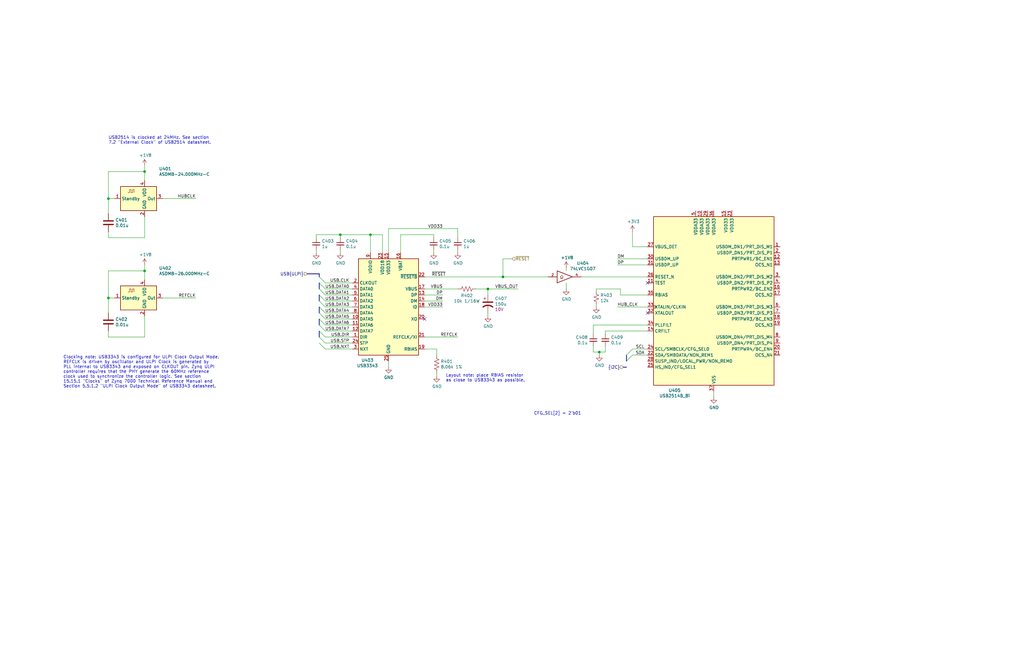
<source format=kicad_sch>
(kicad_sch (version 20200618) (host eeschema "5.99.0-unknown-77313e4~101~ubuntu20.04.1")
  (page 4 14)
  (paper "B")
  (title_block (title "ULPI USB Transceiver and Hub") (date "2020-07-09") (rev "1.0") (comment 1 "Drawn by: Cameron McQuinn"))
  (lib_symbols
    (symbol "74xGxx:74LVC1G07"
      (property "Reference" "U" (at -2.54 3.81 0))
      (property "Value" "74LVC1G07" (at 0 -3.81 0))
      (symbol "74LVC1G07_0_1"
        (polyline (pts (xy -2.54 -0.635) (xy -1.27 -0.635)))
        (polyline (pts (xy -3.81 2.54) (xy -3.81 -2.54) (xy 2.54 0) (xy -3.81 2.54)) (stroke (width 0.254)))
        (polyline (pts (xy -1.905 0.635) (xy -2.54 0) (xy -1.905 -0.635) (xy -1.27 0) (xy -1.905 0.635)))
      )
      (symbol "74LVC1G07_1_1"
        (pin input line (at -7.62 0 0) (length 3.81) (name "~") (number "2"))
        (pin power_in line (at 0 -2.54 270) (length 0) hide (name "GND") (number "3"))
        (pin open_collector line (at 6.35 0 180) (length 3.81) (name "~") (number "4"))
        (pin power_in line (at 0 2.54 90) (length 0) hide (name "VCC") (number "5"))
      )
    )
    (symbol "Device:C" (pin_numbers hide) (pin_names (offset 0.254))
      (property "Reference" "C" (at 0.635 2.54 0))
      (property "Value" "C" (at 0.635 -2.54 0))
      (symbol "C_0_1"
        (polyline (pts (xy -2.032 -0.762) (xy 2.032 -0.762)) (stroke (width 0.508)))
        (polyline (pts (xy -2.032 0.762) (xy 2.032 0.762)) (stroke (width 0.508)))
      )
      (symbol "C_1_1"
        (pin passive line (at 0 3.81 270) (length 2.794) (name "~") (number "1"))
        (pin passive line (at 0 -3.81 90) (length 2.794) (name "~") (number "2"))
      )
    )
    (symbol "Device:CP1" (pin_numbers hide) (pin_names (offset 0.254) hide)
      (property "Reference" "C" (at 0.635 2.54 0))
      (property "Value" "CP1" (at 0.635 -2.54 0))
      (symbol "CP1_0_1"
        (arc (start -2.032 -1.27) (end 2.032 -1.27) (radius (at 0 -3.81) (length 3.2512) (angles 128.7 51.3)) (stroke (width 0.508)))
        (polyline (pts (xy -2.032 0.762) (xy 2.032 0.762)) (stroke (width 0.508)))
        (polyline (pts (xy -1.778 2.286) (xy -0.762 2.286)))
        (polyline (pts (xy -1.27 1.778) (xy -1.27 2.794)))
      )
      (symbol "CP1_1_1"
        (pin passive line (at 0 3.81 270) (length 2.794) (name "~") (number "1"))
        (pin passive line (at 0 -3.81 90) (length 3.302) (name "~") (number "2"))
      )
    )
    (symbol "Device:C_Small" (pin_numbers hide) (pin_names (offset 0.254) hide)
      (property "Reference" "C" (at 0.254 1.778 0))
      (property "Value" "C_Small" (at 0.254 -2.032 0))
      (symbol "C_Small_0_1"
        (polyline (pts (xy -1.524 -0.508) (xy 1.524 -0.508)) (stroke (width 0.3302)))
        (polyline (pts (xy -1.524 0.508) (xy 1.524 0.508)) (stroke (width 0.3048)))
      )
      (symbol "C_Small_1_1"
        (pin passive line (at 0 2.54 270) (length 2.032) (name "~") (number "1"))
        (pin passive line (at 0 -2.54 90) (length 2.032) (name "~") (number "2"))
      )
    )
    (symbol "Device:R_Small_US" (pin_numbers hide) (pin_names (offset 0.254) hide)
      (property "Reference" "R" (at 0.762 0.508 0))
      (property "Value" "R_Small_US" (at 0.762 -1.016 0))
      (symbol "R_Small_US_1_1"
        (polyline (pts (xy 0 0) (xy 1.016 -0.381) (xy 0 -0.762) (xy -1.016 -1.143) (xy 0 -1.524)))
        (polyline (pts (xy 0 1.524) (xy 1.016 1.143) (xy 0 0.762) (xy -1.016 0.381) (xy 0 0)))
        (pin passive line (at 0 2.54 270) (length 1.016) (name "~") (number "1"))
        (pin passive line (at 0 -2.54 90) (length 1.016) (name "~") (number "2"))
      )
    )
    (symbol "Device:R_US" (pin_numbers hide) (pin_names (offset 0))
      (property "Reference" "R" (at 2.54 0 90))
      (property "Value" "R_US" (at -2.54 0 90))
      (symbol "R_US_0_1"
        (polyline (pts (xy 0 -2.286) (xy 0 -2.54)))
        (polyline (pts (xy 0 2.286) (xy 0 2.54)))
        (polyline (pts (xy 0 -0.762) (xy 1.016 -1.143) (xy 0 -1.524) (xy -1.016 -1.905) (xy 0 -2.286)))
        (polyline (pts (xy 0 0.762) (xy 1.016 0.381) (xy 0 0) (xy -1.016 -0.381) (xy 0 -0.762)))
        (polyline (pts (xy 0 2.286) (xy 1.016 1.905) (xy 0 1.524) (xy -1.016 1.143) (xy 0 0.762)))
      )
      (symbol "R_US_1_1"
        (pin passive line (at 0 3.81 270) (length 1.27) (name "~") (number "1"))
        (pin passive line (at 0 -3.81 90) (length 1.27) (name "~") (number "2"))
      )
    )
    (symbol "Interface_USB:USB2514B_Bi"
      (property "Reference" "U" (at -17.78 40.64 0))
      (property "Value" "USB2514B_Bi" (at -20.32 38.1 0))
      (symbol "USB2514B_Bi_0_1"
        (rectangle (start -25.4 35.56) (end 25.4 -35.56) (stroke (width 0.254)) (fill (type background)))
      )
      (symbol "USB2514B_Bi_1_1"
        (pin bidirectional line (at 27.94 22.86 180) (length 2.54) (name "USBDM_DN1/PRT_DIS_M1") (number "1"))
        (pin power_in line (at -5.08 38.1 270) (length 2.54) (name "VDDA33") (number "10"))
        (pin input line (at -27.94 7.62 0) (length 2.54) (name "TEST") (number "11"))
        (pin bidirectional line (at 27.94 17.78 180) (length 2.54) (name "PRTPWR1/BC_EN1") (number "12"))
        (pin input line (at 27.94 15.24 180) (length 2.54) (name "OCS_N1") (number "13"))
        (pin input line (at -27.94 -12.7 0) (length 2.54) (name "CRFILT") (number "14"))
        (pin power_in line (at 5.08 38.1 270) (length 2.54) (name "VDD33") (number "15"))
        (pin bidirectional line (at 27.94 5.08 180) (length 2.54) (name "PRTPWR2/BC_EN2") (number "16"))
        (pin input line (at 27.94 2.54 180) (length 2.54) (name "OCS_N2") (number "17"))
        (pin bidirectional line (at 27.94 -7.62 180) (length 2.54) (name "PRTPWR3/BC_EN3") (number "18"))
        (pin input line (at 27.94 -10.16 180) (length 2.54) (name "OCS_N3") (number "19"))
        (pin bidirectional line (at 27.94 20.32 180) (length 2.54) (name "USBDP_DN1/PRT_DIS_P1") (number "2"))
        (pin bidirectional line (at 27.94 -20.32 180) (length 2.54) (name "PRTPWR4/BC_EN4") (number "20"))
        (pin input line (at 27.94 -22.86 180) (length 2.54) (name "OCS_N4") (number "21"))
        (pin bidirectional line (at -27.94 -22.86 0) (length 2.54) (name "SDA/SMBDATA/NON_REM1") (number "22"))
        (pin power_in line (at 7.62 38.1 270) (length 2.54) (name "VDD33") (number "23"))
        (pin bidirectional line (at -27.94 -20.32 0) (length 2.54) (name "SCL/SMBCLK/CFG_SEL0") (number "24"))
        (pin bidirectional line (at -27.94 -27.94 0) (length 2.54) (name "HS_IND/CFG_SEL1") (number "25"))
        (pin input line (at -27.94 10.16 0) (length 2.54) (name "RESET_N") (number "26"))
        (pin input line (at -27.94 22.86 0) (length 2.54) (name "VBUS_DET") (number "27"))
        (pin bidirectional line (at -27.94 -25.4 0) (length 2.54) (name "SUSP_IND/LOCAL_PWR/NON_REM0") (number "28"))
        (pin power_in line (at -2.54 38.1 270) (length 2.54) (name "VDDA33") (number "29"))
        (pin bidirectional line (at 27.94 10.16 180) (length 2.54) (name "USBDM_DN2/PRT_DIS_M2") (number "3"))
        (pin bidirectional line (at -27.94 17.78 0) (length 2.54) (name "USBDM_UP") (number "30"))
        (pin bidirectional line (at -27.94 15.24 0) (length 2.54) (name "USBDP_UP") (number "31"))
        (pin output line (at -27.94 -5.08 0) (length 2.54) (name "XTALOUT") (number "32"))
        (pin input clock (at -27.94 -2.54 0) (length 2.54) (name "XTALIN/CLKIN") (number "33"))
        (pin input line (at -27.94 -10.16 0) (length 2.54) (name "PLLFILT") (number "34"))
        (pin input line (at -27.94 2.54 0) (length 2.54) (name "RBIAS") (number "35"))
        (pin power_in line (at 0 38.1 270) (length 2.54) (name "VDDA33") (number "36"))
        (pin power_in line (at 0 -38.1 90) (length 2.54) (name "VSS") (number "37"))
        (pin bidirectional line (at 27.94 7.62 180) (length 2.54) (name "USBDP_DN2/PRT_DIS_P2") (number "4"))
        (pin power_in line (at -7.62 38.1 270) (length 2.54) (name "VDDA33") (number "5"))
        (pin bidirectional line (at 27.94 -2.54 180) (length 2.54) (name "USBDM_DN3/PRT_DIS_M3") (number "6"))
        (pin bidirectional line (at 27.94 -5.08 180) (length 2.54) (name "USBDP_DN3/PRT_DIS_P3") (number "7"))
        (pin bidirectional line (at 27.94 -15.24 180) (length 2.54) (name "USBDM_DN4/PRT_DIS_M4") (number "8"))
        (pin bidirectional line (at 27.94 -17.78 180) (length 2.54) (name "USBDP_DN4/PRT_DIS_P4") (number "9"))
      )
    )
    (symbol "Interface_USB:USB3343" (pin_names (offset 0.508))
      (property "Reference" "U" (at 0 2.54 0))
      (property "Value" "USB3343" (at 0 0 0))
      (symbol "USB3343_0_1"
        (rectangle (start -12.7 20.32) (end 12.7 -20.32) (stroke (width 0.254)) (fill (type background)))
      )
      (symbol "USB3343_1_1"
        (pin output line (at 15.24 -12.7 180) (length 2.54) (name "DIR") (number "1"))
        (pin bidirectional line (at 15.24 -5.08 180) (length 2.54) (name "DATA5") (number "10"))
        (pin bidirectional line (at 15.24 -7.62 180) (length 2.54) (name "DATA6") (number "11"))
        (pin bidirectional line (at 15.24 -10.16 180) (length 2.54) (name "DATA7") (number "12"))
        (pin bidirectional line (at -15.24 5.08 0) (length 2.54) (name "DP") (number "13"))
        (pin bidirectional line (at -15.24 2.54 0) (length 2.54) (name "DM") (number "14"))
        (pin power_out line (at 0 22.86 270) (length 2.54) (name "VDD33") (number "15"))
        (pin power_in line (at -5.08 22.86 270) (length 2.54) (name "VBAT") (number "16"))
        (pin input line (at -15.24 7.62 0) (length 2.54) (name "VBUS") (number "17"))
        (pin input line (at -15.24 0 0) (length 2.54) (name "ID") (number "18"))
        (pin passive line (at -15.24 -17.78 0) (length 2.54) (name "RBIAS") (number "19"))
        (pin output line (at 15.24 10.16 180) (length 2.54) (name "CLKOUT") (number "2"))
        (pin output line (at -15.24 -5.08 0) (length 2.54) (name "XO") (number "20"))
        (pin input line (at -15.24 -12.7 0) (length 2.54) (name "REFCLK/XI") (number "21"))
        (pin input line (at -15.24 12.7 0) (length 2.54) (name "~RESETB") (number "22"))
        (pin power_out line (at 2.54 22.86 270) (length 2.54) (name "VDD18") (number "23"))
        (pin input line (at 15.24 -15.24 180) (length 2.54) (name "STP") (number "24"))
        (pin power_in line (at 0 -22.86 90) (length 2.54) (name "GND") (number "25"))
        (pin output line (at 15.24 -17.78 180) (length 2.54) (name "NXT") (number "3"))
        (pin bidirectional line (at 15.24 7.62 180) (length 2.54) (name "DATA0") (number "4"))
        (pin bidirectional line (at 15.24 5.08 180) (length 2.54) (name "DATA1") (number "5"))
        (pin bidirectional line (at 15.24 2.54 180) (length 2.54) (name "DATA2") (number "6"))
        (pin bidirectional line (at 15.24 0 180) (length 2.54) (name "DATA3") (number "7"))
        (pin bidirectional line (at 15.24 -2.54 180) (length 2.54) (name "DATA4") (number "8"))
        (pin power_in line (at 7.62 22.86 270) (length 2.54) (name "VDDIO") (number "9"))
      )
    )
    (symbol "Oscillator:ASDMB-xxxMHz" (pin_names (offset 0.508))
      (property "Reference" "U" (at -6.35 6.35 0))
      (property "Value" "ASDMB-xxxMHz" (at 11.43 6.35 0))
      (symbol "ASDMB-xxxMHz_1_1"
        (rectangle (start -7.62 5.08) (end 7.62 -5.08) (stroke (width 0.254)) (fill (type background)))
        (polyline (pts (xy -4.445 2.54) (xy -3.81 2.54) (xy -3.81 3.81) (xy -3.175 3.81) (xy -3.175 2.54) (xy -2.54 2.54) (xy -2.54 3.81) (xy -1.905 3.81) (xy -1.905 2.54)))
        (pin input line (at -10.16 0 0) (length 2.54) (name "Standby") (number "1"))
        (pin power_in line (at 2.54 -7.62 90) (length 2.54) (name "GND") (number "2"))
        (pin output line (at 10.16 0 180) (length 2.54) (name "Out") (number "3"))
        (pin power_in line (at 2.54 7.62 270) (length 2.54) (name "VDD") (number "4"))
      )
    )
    (symbol "power:+1V8" (power) (pin_names (offset 0))
      (property "Value" "+1V8" (at 0 3.556 0))
      (symbol "+1V8_0_1"
        (polyline (pts (xy -0.762 1.27) (xy 0 2.54)))
        (polyline (pts (xy 0 0) (xy 0 2.54)))
        (polyline (pts (xy 0 2.54) (xy 0.762 1.27)))
      )
      (symbol "+1V8_1_1"
        (pin power_in line (at 0 0 90) (length 0) hide (name "+1V8") (number "1"))
      )
    )
    (symbol "power:+3V3" (power) (pin_names (offset 0))
      (property "Value" "+3V3" (at 0 3.556 0))
      (symbol "+3V3_0_1"
        (polyline (pts (xy -0.762 1.27) (xy 0 2.54)))
        (polyline (pts (xy 0 0) (xy 0 2.54)))
        (polyline (pts (xy 0 2.54) (xy 0.762 1.27)))
      )
      (symbol "+3V3_1_1"
        (pin power_in line (at 0 0 90) (length 0) hide (name "+3V3") (number "1"))
      )
    )
    (symbol "power:GND" (power) (pin_names (offset 0))
      (property "Value" "GND" (at 0 -3.81 0))
      (symbol "GND_0_1"
        (polyline (pts (xy 0 0) (xy 0 -1.27) (xy 1.27 -1.27) (xy 0 -2.54) (xy -1.27 -1.27) (xy 0 -1.27)))
      )
      (symbol "GND_1_1"
        (pin power_in line (at 0 0 270) (length 0) hide (name "GND") (number "1"))
      )
    )
  )
  (bus_alias "ULPI" (members "DATA[7..0]" "CLK" "STP" "DIR" "NXT"))
  (junction (at 45.72 83.82))
  (junction (at 45.72 125.73))
  (junction (at 60.96 72.39))
  (junction (at 60.96 114.3))
  (junction (at 143.51 99.06))
  (junction (at 156.21 99.06))
  (junction (at 205.74 121.92))
  (junction (at 212.09 116.84))
  (junction (at 252.73 148.59))
  (no_connect (at 273.05 132.08))
  (no_connect (at 179.07 134.62))
  (no_connect (at 273.05 119.38))
  (bus_entry (at 134.62 116.84) (size 2.54 2.54) (stroke (width 0.1524)))
  (bus_entry (at 134.62 119.38) (size 2.54 2.54) (stroke (width 0.1524)))
  (bus_entry (at 134.62 121.92) (size 2.54 2.54) (stroke (width 0.1524)))
  (bus_entry (at 134.62 124.46) (size 2.54 2.54) (stroke (width 0.1524)))
  (bus_entry (at 134.62 127) (size 2.54 2.54) (stroke (width 0.1524)))
  (bus_entry (at 134.62 129.54) (size 2.54 2.54) (stroke (width 0.1524)))
  (bus_entry (at 134.62 132.08) (size 2.54 2.54) (stroke (width 0.1524)))
  (bus_entry (at 134.62 134.62) (size 2.54 2.54) (stroke (width 0.1524)))
  (bus_entry (at 134.62 137.16) (size 2.54 2.54) (stroke (width 0.1524)))
  (bus_entry (at 134.62 139.7) (size 2.54 2.54) (stroke (width 0.1524)))
  (bus_entry (at 134.62 142.24) (size 2.54 2.54) (stroke (width 0.1524)))
  (bus_entry (at 134.62 144.78) (size 2.54 2.54) (stroke (width 0.1524)))
  (bus_entry (at 264.16 149.86) (size 2.54 -2.54) (stroke (width 0.1524)))
  (bus_entry (at 264.16 152.4) (size 2.54 -2.54) (stroke (width 0.1524)))
  (wire (pts (xy 45.72 72.39) (xy 45.72 83.82)))
  (wire (pts (xy 45.72 83.82) (xy 45.72 90.17)))
  (wire (pts (xy 45.72 83.82) (xy 48.26 83.82)))
  (wire (pts (xy 45.72 97.79) (xy 45.72 100.33)))
  (wire (pts (xy 45.72 100.33) (xy 60.96 100.33)))
  (wire (pts (xy 45.72 114.3) (xy 45.72 125.73)))
  (wire (pts (xy 45.72 125.73) (xy 45.72 132.08)))
  (wire (pts (xy 45.72 125.73) (xy 48.26 125.73)))
  (wire (pts (xy 45.72 139.7) (xy 45.72 142.24)))
  (wire (pts (xy 45.72 142.24) (xy 60.96 142.24)))
  (wire (pts (xy 60.96 69.85) (xy 60.96 72.39)))
  (wire (pts (xy 60.96 72.39) (xy 45.72 72.39)))
  (wire (pts (xy 60.96 76.2) (xy 60.96 72.39)))
  (wire (pts (xy 60.96 91.44) (xy 60.96 100.33)))
  (wire (pts (xy 60.96 111.76) (xy 60.96 114.3)))
  (wire (pts (xy 60.96 114.3) (xy 45.72 114.3)))
  (wire (pts (xy 60.96 118.11) (xy 60.96 114.3)))
  (wire (pts (xy 60.96 133.35) (xy 60.96 142.24)))
  (wire (pts (xy 68.58 83.82) (xy 82.55 83.82)))
  (wire (pts (xy 68.58 125.73) (xy 82.55 125.73)))
  (wire (pts (xy 133.35 99.06) (xy 143.51 99.06)))
  (wire (pts (xy 133.35 100.33) (xy 133.35 99.06)))
  (wire (pts (xy 133.35 105.41) (xy 133.35 106.68)))
  (wire (pts (xy 137.16 119.38) (xy 148.59 119.38)))
  (wire (pts (xy 137.16 121.92) (xy 148.59 121.92)))
  (wire (pts (xy 137.16 124.46) (xy 148.59 124.46)))
  (wire (pts (xy 137.16 127) (xy 148.59 127)))
  (wire (pts (xy 137.16 129.54) (xy 148.59 129.54)))
  (wire (pts (xy 137.16 132.08) (xy 148.59 132.08)))
  (wire (pts (xy 137.16 134.62) (xy 148.59 134.62)))
  (wire (pts (xy 137.16 137.16) (xy 148.59 137.16)))
  (wire (pts (xy 137.16 139.7) (xy 148.59 139.7)))
  (wire (pts (xy 137.16 142.24) (xy 148.59 142.24)))
  (wire (pts (xy 137.16 144.78) (xy 148.59 144.78)))
  (wire (pts (xy 137.16 147.32) (xy 148.59 147.32)))
  (wire (pts (xy 143.51 99.06) (xy 156.21 99.06)))
  (wire (pts (xy 143.51 100.33) (xy 143.51 99.06)))
  (wire (pts (xy 143.51 105.41) (xy 143.51 106.68)))
  (wire (pts (xy 156.21 99.06) (xy 156.21 106.68)))
  (wire (pts (xy 156.21 99.06) (xy 161.29 99.06)))
  (wire (pts (xy 161.29 99.06) (xy 161.29 106.68)))
  (wire (pts (xy 163.83 96.52) (xy 163.83 106.68)))
  (wire (pts (xy 163.83 152.4) (xy 163.83 154.94)))
  (wire (pts (xy 168.91 99.06) (xy 168.91 106.68)))
  (wire (pts (xy 179.07 116.84) (xy 212.09 116.84)))
  (wire (pts (xy 179.07 121.92) (xy 193.04 121.92)))
  (wire (pts (xy 179.07 124.46) (xy 186.69 124.46)))
  (wire (pts (xy 179.07 127) (xy 186.69 127)))
  (wire (pts (xy 179.07 129.54) (xy 186.69 129.54)))
  (wire (pts (xy 179.07 142.24) (xy 193.04 142.24)))
  (wire (pts (xy 182.88 99.06) (xy 168.91 99.06)))
  (wire (pts (xy 182.88 100.33) (xy 182.88 99.06)))
  (wire (pts (xy 182.88 105.41) (xy 182.88 106.68)))
  (wire (pts (xy 184.15 147.32) (xy 179.07 147.32)))
  (wire (pts (xy 184.15 149.86) (xy 184.15 147.32)))
  (wire (pts (xy 184.15 157.48) (xy 184.15 158.75)))
  (wire (pts (xy 193.04 96.52) (xy 163.83 96.52)))
  (wire (pts (xy 193.04 100.33) (xy 193.04 96.52)))
  (wire (pts (xy 193.04 105.41) (xy 193.04 106.68)))
  (wire (pts (xy 200.66 121.92) (xy 205.74 121.92)))
  (wire (pts (xy 205.74 121.92) (xy 205.74 124.46)))
  (wire (pts (xy 205.74 121.92) (xy 218.44 121.92)))
  (wire (pts (xy 205.74 132.08) (xy 205.74 133.35)))
  (wire (pts (xy 212.09 109.22) (xy 212.09 116.84)))
  (wire (pts (xy 212.09 116.84) (xy 231.14 116.84)))
  (wire (pts (xy 215.9 109.22) (xy 212.09 109.22)))
  (wire (pts (xy 238.76 113.03) (xy 238.76 114.3)))
  (wire (pts (xy 238.76 119.38) (xy 238.76 121.92)))
  (wire (pts (xy 245.11 116.84) (xy 273.05 116.84)))
  (wire (pts (xy 250.19 137.16) (xy 250.19 140.97)))
  (wire (pts (xy 250.19 137.16) (xy 273.05 137.16)))
  (wire (pts (xy 250.19 146.05) (xy 250.19 148.59)))
  (wire (pts (xy 250.19 148.59) (xy 252.73 148.59)))
  (wire (pts (xy 251.46 121.92) (xy 261.62 121.92)))
  (wire (pts (xy 251.46 123.19) (xy 251.46 121.92)))
  (wire (pts (xy 251.46 129.54) (xy 251.46 128.27)))
  (wire (pts (xy 252.73 148.59) (xy 252.73 149.86)))
  (wire (pts (xy 252.73 148.59) (xy 255.27 148.59)))
  (wire (pts (xy 255.27 139.7) (xy 273.05 139.7)))
  (wire (pts (xy 255.27 140.97) (xy 255.27 139.7)))
  (wire (pts (xy 255.27 148.59) (xy 255.27 146.05)))
  (wire (pts (xy 260.35 109.22) (xy 273.05 109.22)))
  (wire (pts (xy 260.35 111.76) (xy 273.05 111.76)))
  (wire (pts (xy 260.35 129.54) (xy 273.05 129.54)))
  (wire (pts (xy 261.62 121.92) (xy 261.62 124.46)))
  (wire (pts (xy 261.62 124.46) (xy 273.05 124.46)))
  (wire (pts (xy 266.7 97.79) (xy 266.7 104.14)))
  (wire (pts (xy 266.7 147.32) (xy 273.05 147.32)))
  (wire (pts (xy 266.7 149.86) (xy 273.05 149.86)))
  (wire (pts (xy 273.05 104.14) (xy 266.7 104.14)))
  (wire (pts (xy 300.99 165.1) (xy 300.99 167.64)))
  (bus (pts (xy 129.54 115.57) (xy 134.62 115.57)))
  (bus (pts (xy 134.62 115.57) (xy 134.62 119.38)))
  (bus (pts (xy 134.62 119.38) (xy 134.62 124.46)))
  (bus (pts (xy 134.62 124.46) (xy 134.62 129.54)))
  (bus (pts (xy 134.62 129.54) (xy 134.62 134.62)))
  (bus (pts (xy 134.62 134.62) (xy 134.62 139.7)))
  (bus (pts (xy 134.62 139.7) (xy 134.62 144.78)))
  (bus (pts (xy 262.89 154.94) (xy 264.16 154.94)))
  (bus (pts (xy 264.16 149.86) (xy 264.16 154.94)))
  (text "Clocking note: USB3343 is configured for ULPI Clock Output Mode.\nREFCLK is driven by oscillator and ULPI Clock is generated by\nPLL internal to USB3343 and exposed on CLKOUT pin. Zynq ULPI\ncontroller requires that the PHY generate the 60MHz reference\nclock used to synchronize the controller logic. See section\n15.15.1 \"Clocks\" of Zynq 7000 Technical Reference Manual and\nSection 5.5.1.2 \"ULPI Clock Output Mode\" of USB3343 datasheet." (at 26.67 163.83 0) (effects (font (size 1.27 1.27)) (justify left bottom)))
  (text "USB2514 is clocked at 24MHz. See section\n7.2 \"External Clock\" of USB2514 datasheet." (at 45.72 60.96 0) (effects (font (size 1.27 1.27)) (justify left bottom)))
  (text "Layout note: place RBIAS resistor\nas close to USB3343 as possible." (at 187.96 161.29 0) (effects (font (size 1.27 1.27)) (justify left bottom)))
  (text "CFG_SEL[2] = 2'b01" (at 245.11 175.26 180) (effects (font (size 1.27 1.27)) (justify right bottom)))
  (label "HUBCLK" (at 82.55 83.82 180))
  (label "REFCLK" (at 82.55 125.73 180))
  (label "USB.CLK" (at 147.32 119.38 180))
  (label "USB.DATA0" (at 147.32 121.92 180))
  (label "USB.DATA1" (at 147.32 124.46 180))
  (label "USB.DATA2" (at 147.32 127 180))
  (label "USB.DATA3" (at 147.32 129.54 180))
  (label "USB.DATA4" (at 147.32 132.08 180))
  (label "USB.DATA5" (at 147.32 134.62 180))
  (label "USB.DATA6" (at 147.32 137.16 180))
  (label "USB.DATA7" (at 147.32 139.7 180))
  (label "USB.DIR" (at 147.32 142.24 180))
  (label "USB.STP" (at 147.32 144.78 180))
  (label "USB.NXT" (at 147.32 147.32 180))
  (label "VDD33" (at 186.69 96.52 180))
  (label "VBUS" (at 186.69 121.92 180))
  (label "DP" (at 186.69 124.46 180))
  (label "DM" (at 186.69 127 180))
  (label "VDD33" (at 186.69 129.54 180))
  (label "~RESET" (at 187.96 116.84 180))
  (label "REFCLK" (at 193.04 142.24 180))
  (label "VBUS_OUT" (at 218.44 121.92 180))
  (label "DM" (at 260.35 109.22 0))
  (label "DP" (at 260.35 111.76 0))
  (label "HUB_CLK" (at 260.35 129.54 0))
  (label "SCL" (at 271.78 147.32 180))
  (label "SDA" (at 271.78 149.86 180))
  (hierarchical_label "USB{ULPI}" (shape input) (at 129.54 115.57 180))
  (hierarchical_label "~RESET" (shape input) (at 215.9 109.22 0))
  (hierarchical_label "{I2C}" (shape input) (at 262.89 154.94 180))
  (symbol (lib_id "power:+1V8") (at 60.96 69.85 0) (unit 1)
    (property "Reference" "#PWR0401" (effects hide))
    (property "Value" "+1V8" (at 61.3283 65.5256 0))
  )
  (symbol (lib_id "power:+1V8") (at 60.96 111.76 0) (unit 1)
    (property "Reference" "#PWR0402" (effects hide))
    (property "Value" "+1V8" (at 61.3283 107.4356 0))
  )
  (symbol (lib_id "power:+1V8") (at 238.76 113.03 0) (unit 1)
    (property "Reference" "#PWR0410" (effects hide))
    (property "Value" "+1V8" (at 239.1283 108.7056 0))
  )
  (symbol (lib_id "power:+3V3") (at 266.7 97.79 0) (unit 1)
    (property "Reference" "#PWR0414" (effects hide))
    (property "Value" "+3V3" (at 267.0683 93.4656 0))
  )
  (symbol (lib_id "power:GND") (at 133.35 106.68 0) (unit 1)
    (property "Reference" "#PWR0403" (effects hide))
    (property "Value" "GND" (at 133.4643 111.0044 0))
  )
  (symbol (lib_id "power:GND") (at 143.51 106.68 0) (unit 1)
    (property "Reference" "#PWR0404" (effects hide))
    (property "Value" "GND" (at 143.6243 111.0044 0))
  )
  (symbol (lib_id "power:GND") (at 163.83 154.94 0) (unit 1)
    (property "Reference" "#PWR0405" (effects hide))
    (property "Value" "GND" (at 163.9443 159.2644 0))
  )
  (symbol (lib_id "power:GND") (at 182.88 106.68 0) (unit 1)
    (property "Reference" "#PWR0406" (effects hide))
    (property "Value" "GND" (at 182.9943 111.0044 0))
  )
  (symbol (lib_id "power:GND") (at 184.15 158.75 0) (unit 1)
    (property "Reference" "#PWR0407" (effects hide))
    (property "Value" "GND" (at 184.2643 163.0744 0))
  )
  (symbol (lib_id "power:GND") (at 193.04 106.68 0) (unit 1)
    (property "Reference" "#PWR0408" (effects hide))
    (property "Value" "GND" (at 193.1543 111.0044 0))
  )
  (symbol (lib_id "power:GND") (at 205.74 133.35 0) (unit 1)
    (property "Reference" "#PWR0409" (effects hide))
    (property "Value" "GND" (at 205.8543 137.6744 0))
  )
  (symbol (lib_id "power:GND") (at 238.76 121.92 0) (unit 1)
    (property "Reference" "#PWR0411" (effects hide))
    (property "Value" "GND" (at 238.8743 126.2444 0))
  )
  (symbol (lib_id "power:GND") (at 251.46 129.54 0) (unit 1)
    (property "Reference" "#PWR0412" (effects hide))
    (property "Value" "GND" (at 251.5743 133.8644 0))
  )
  (symbol (lib_id "power:GND") (at 252.73 149.86 0) (unit 1)
    (property "Reference" "#PWR0413" (effects hide))
    (property "Value" "GND" (at 252.8443 154.1844 0))
  )
  (symbol (lib_id "power:GND") (at 300.99 167.64 0) (unit 1)
    (property "Reference" "#PWR0415" (effects hide))
    (property "Value" "GND" (at 301.1043 171.9644 0))
  )
  (symbol (lib_id "Device:R_Small_US") (at 251.46 125.73 0) (unit 1)
    (property "Reference" "R403" (at 253.1111 124.5806 0) (effects (justify left)))
    (property "Value" "12k" (at 253.1111 126.8793 0) (effects (justify left)))
    (property "Footprint" "Resistor_SMD:R_0402_1005Metric" (effects hide))
  )
  (symbol (lib_id "Device:R_US") (at 184.15 153.67 0) (unit 1)
    (property "Reference" "R401" (at 185.8011 152.5206 0) (effects (justify left)))
    (property "Value" "8.06k 1%" (at 185.8011 154.8193 0) (effects (justify left)))
    (property "Footprint" "Resistor_SMD:R_0402_1005Metric" (effects hide))
  )
  (symbol (lib_id "Device:R_US") (at 196.85 121.92 90) (unit 1)
    (property "Reference" "R402" (at 196.85 124.7204 90))
    (property "Value" "10k 1/16W" (at 196.85 127.0191 90))
    (property "Footprint" "Resistor_SMD:R_0402_1005Metric" (effects hide))
  )
  (symbol (lib_id "Device:C_Small") (at 133.35 102.87 0) (unit 1)
    (property "Reference" "C403" (at 135.6742 101.7206 0) (effects (justify left)))
    (property "Value" "1u" (at 135.6742 104.0193 0) (effects (justify left)))
    (property "Footprint" "Capacitor_SMD:C_0402_1005Metric" (effects hide))
    (property "Note" "<1 ohm ESR" (effects hide))
  )
  (symbol (lib_id "Device:C_Small") (at 143.51 102.87 0) (unit 1)
    (property "Reference" "C404" (at 145.8342 101.7206 0) (effects (justify left)))
    (property "Value" "0.1u" (at 145.8342 104.0193 0) (effects (justify left)))
    (property "Footprint" "Capacitor_SMD:C_0402_1005Metric" (effects hide))
  )
  (symbol (lib_id "Device:C_Small") (at 182.88 102.87 0) (unit 1)
    (property "Reference" "C405" (at 185.2042 101.7206 0) (effects (justify left)))
    (property "Value" "0.1u" (at 185.2042 104.0193 0) (effects (justify left)))
    (property "Footprint" "Capacitor_SMD:C_0402_1005Metric" (effects hide))
  )
  (symbol (lib_id "Device:C_Small") (at 193.04 102.87 0) (unit 1)
    (property "Reference" "C406" (at 195.3642 101.7206 0) (effects (justify left)))
    (property "Value" "1u" (at 195.3642 104.0193 0) (effects (justify left)))
    (property "Footprint" "Capacitor_SMD:C_0402_1005Metric" (effects hide))
    (property "Note" "<1 ohm ESR" (effects hide))
  )
  (symbol (lib_id "Device:C_Small") (at 250.19 143.51 0) (unit 1)
    (property "Reference" "C408" (at 247.8659 142.3606 0) (effects (justify right)))
    (property "Value" "0.1u" (at 247.8659 144.6593 0) (effects (justify right)))
    (property "Footprint" "Capacitor_SMD:C_0402_1005Metric" (effects hide))
  )
  (symbol (lib_id "Device:C_Small") (at 255.27 143.51 0) (unit 1)
    (property "Reference" "C409" (at 257.5942 142.3606 0) (effects (justify left)))
    (property "Value" "0.1u" (at 257.5942 144.6593 0) (effects (justify left)))
    (property "Footprint" "Capacitor_SMD:C_0402_1005Metric" (effects hide))
  )
  (symbol (lib_id "Device:C") (at 45.72 93.98 0) (unit 1)
    (property "Reference" "C401" (at 48.6411 92.8306 0) (effects (justify left)))
    (property "Value" "0.01u" (at 48.6411 95.1293 0) (effects (justify left)))
    (property "Footprint" "Capacitor_SMD:C_0402_1005Metric" (effects hide))
  )
  (symbol (lib_id "Device:C") (at 45.72 135.89 0) (unit 1)
    (property "Reference" "C402" (at 48.6411 134.7406 0) (effects (justify left)))
    (property "Value" "0.01u" (at 48.6411 137.0393 0) (effects (justify left)))
    (property "Footprint" "Capacitor_SMD:C_0402_1005Metric" (effects hide))
  )
  (symbol (lib_id "Device:CP1") (at 205.74 128.27 0) (unit 1)
    (property "Reference" "C407" (at 208.6611 125.9713 0) (effects (justify left)))
    (property "Value" "150u" (at 208.6611 128.27 0) (effects (justify left)))
    (property "Footprint" "Capacitor_SMD:CP_Elec_3x5.3" (effects hide))
    (property "Voltage" "10V" (at 208.6611 130.5687 0) (effects (justify left)))
  )
  (symbol (lib_id "74xGxx:74LVC1G07") (at 238.76 116.84 0) (unit 1)
    (property "Reference" "U404" (at 245.745 111.1058 0))
    (property "Value" "74LVC1G07" (at 245.745 113.4045 0))
    (property "Footprint" "Package_TO_SOT_SMD:SOT-553" (effects hide))
    (property "Datasheet" "http://www.ti.com/lit/sg/scyt129e/scyt129e.pdf" (effects hide))
  )
  (symbol (lib_id "Oscillator:ASDMB-xxxMHz") (at 58.42 83.82 0) (unit 1)
    (property "Reference" "U401" (at 67.0561 71.2406 0) (effects (justify left)))
    (property "Value" "ASDMB-24.000MHz-C" (at 67.0561 73.5393 0) (effects (justify left)))
    (property "Footprint" "Oscillator:Oscillator_SMD_Abracon_ASDMB-4Pin_2.5x2.0mm" (effects hide))
    (property "Datasheet" "https://abracon.com/Oscillators/ASDMB.pdf" (effects hide))
  )
  (symbol (lib_id "Oscillator:ASDMB-xxxMHz") (at 58.42 125.73 0) (unit 1)
    (property "Reference" "U402" (at 67.0561 113.1506 0) (effects (justify left)))
    (property "Value" "ASDMB-26.000MHz-C" (at 67.0561 115.4493 0) (effects (justify left)))
    (property "Footprint" "Oscillator:Oscillator_SMD_Abracon_ASDMB-4Pin_2.5x2.0mm" (effects hide))
    (property "Datasheet" "https://abracon.com/Oscillators/ASDMB.pdf" (effects hide))
  )
  (symbol (lib_id "Interface_USB:USB3343") (at 163.83 129.54 0) (mirror y) (unit 1)
    (property "Reference" "U403" (at 154.94 152.0254 0))
    (property "Value" "USB3343" (at 154.94 154.3241 0))
    (property "Footprint" "Package_DFN_QFN:QFN-24-1EP_4x4mm_P0.5mm_EP2.6x2.6mm" (effects hide))
    (property "Datasheet" "http://ww1.microchip.com/downloads/en/DeviceDoc/334x.pdf" (effects hide))
  )
  (symbol (lib_id "Interface_USB:USB2514B_Bi") (at 300.99 127 0) (unit 1)
    (property "Reference" "U405" (at 284.48 164.7254 0))
    (property "Value" "USB2514B_Bi" (at 284.48 167.0241 0))
    (property "Footprint" "Package_DFN_QFN:QFN-36-1EP_6x6mm_P0.5mm_EP3.7x3.7mm" (effects hide))
    (property "Datasheet" "http://ww1.microchip.com/downloads/en/DeviceDoc/00001692C.pdf" (effects hide))
  )
)
</source>
